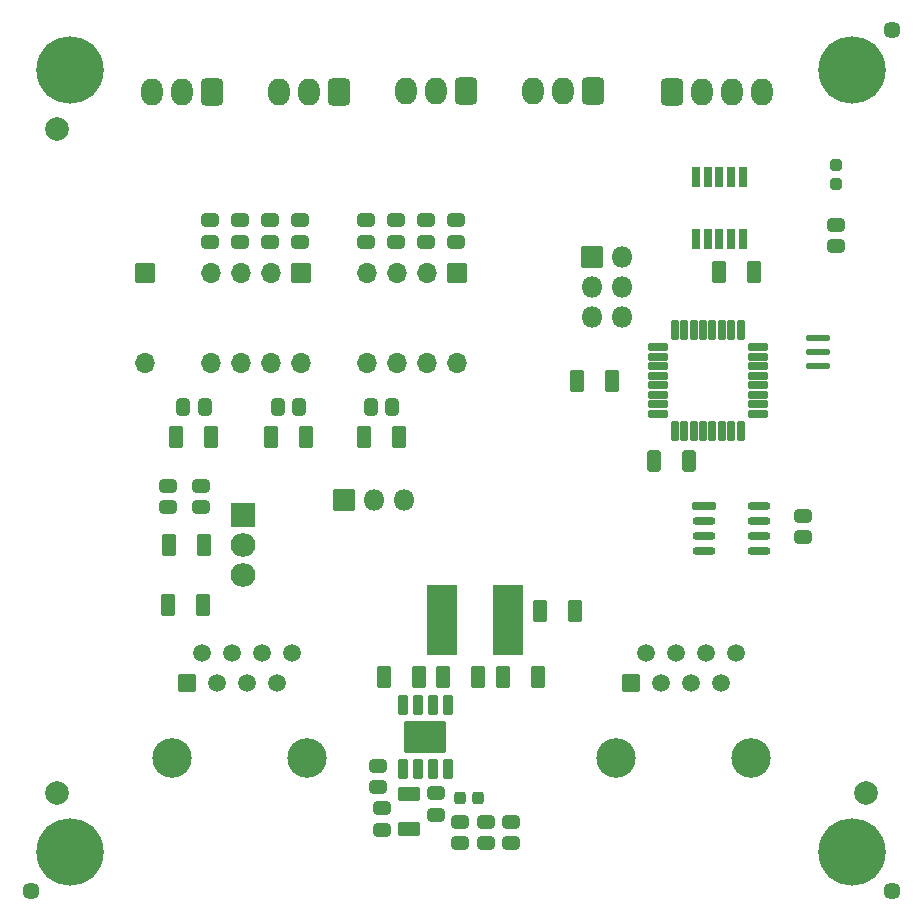
<source format=gbr>
%TF.GenerationSoftware,KiCad,Pcbnew,(7.0.0)*%
%TF.CreationDate,2023-03-10T19:40:05-08:00*%
%TF.ProjectId,smeza_pcb,736d657a-615f-4706-9362-2e6b69636164,rev?*%
%TF.SameCoordinates,Original*%
%TF.FileFunction,Soldermask,Top*%
%TF.FilePolarity,Negative*%
%FSLAX46Y46*%
G04 Gerber Fmt 4.6, Leading zero omitted, Abs format (unit mm)*
G04 Created by KiCad (PCBNEW (7.0.0)) date 2023-03-10 19:40:05*
%MOMM*%
%LPD*%
G01*
G04 APERTURE LIST*
G04 Aperture macros list*
%AMRoundRect*
0 Rectangle with rounded corners*
0 $1 Rounding radius*
0 $2 $3 $4 $5 $6 $7 $8 $9 X,Y pos of 4 corners*
0 Add a 4 corners polygon primitive as box body*
4,1,4,$2,$3,$4,$5,$6,$7,$8,$9,$2,$3,0*
0 Add four circle primitives for the rounded corners*
1,1,$1+$1,$2,$3*
1,1,$1+$1,$4,$5*
1,1,$1+$1,$6,$7*
1,1,$1+$1,$8,$9*
0 Add four rect primitives between the rounded corners*
20,1,$1+$1,$2,$3,$4,$5,0*
20,1,$1+$1,$4,$5,$6,$7,0*
20,1,$1+$1,$6,$7,$8,$9,0*
20,1,$1+$1,$8,$9,$2,$3,0*%
G04 Aperture macros list end*
%ADD10C,2.000000*%
%ADD11C,1.448000*%
%ADD12RoundRect,0.300000X-0.450000X0.262500X-0.450000X-0.262500X0.450000X-0.262500X0.450000X0.262500X0*%
%ADD13RoundRect,0.300000X0.450000X-0.262500X0.450000X0.262500X-0.450000X0.262500X-0.450000X-0.262500X0*%
%ADD14RoundRect,0.050000X-0.937033X-0.271066X0.937033X-0.271066X0.937033X0.271066X-0.937033X0.271066X0*%
%ADD15RoundRect,0.321066X-0.665967X0.000000X0.665967X0.000000X0.665967X0.000000X-0.665967X0.000000X0*%
%ADD16RoundRect,0.268750X-0.256250X0.218750X-0.256250X-0.218750X0.256250X-0.218750X0.256250X0.218750X0*%
%ADD17RoundRect,0.050000X-0.800000X0.800000X-0.800000X-0.800000X0.800000X-0.800000X0.800000X0.800000X0*%
%ADD18O,1.700000X1.700000*%
%ADD19RoundRect,0.050000X-0.850000X-0.850000X0.850000X-0.850000X0.850000X0.850000X-0.850000X0.850000X0*%
%ADD20O,1.800000X1.800000*%
%ADD21RoundRect,0.300000X0.620000X0.845000X-0.620000X0.845000X-0.620000X-0.845000X0.620000X-0.845000X0*%
%ADD22O,1.840000X2.290000*%
%ADD23RoundRect,0.300000X0.325000X0.650000X-0.325000X0.650000X-0.325000X-0.650000X0.325000X-0.650000X0*%
%ADD24RoundRect,0.050000X0.350000X0.762500X-0.350000X0.762500X-0.350000X-0.762500X0.350000X-0.762500X0*%
%ADD25RoundRect,0.050000X1.725000X-1.280000X1.725000X1.280000X-1.725000X1.280000X-1.725000X-1.280000X0*%
%ADD26RoundRect,0.050000X-1.000000X0.952500X-1.000000X-0.952500X1.000000X-0.952500X1.000000X0.952500X0*%
%ADD27O,2.100000X2.005000*%
%ADD28RoundRect,0.300000X-0.325000X-0.650000X0.325000X-0.650000X0.325000X0.650000X-0.325000X0.650000X0*%
%ADD29RoundRect,0.050000X0.800000X0.275000X-0.800000X0.275000X-0.800000X-0.275000X0.800000X-0.275000X0*%
%ADD30RoundRect,0.050000X-0.275000X0.800000X-0.275000X-0.800000X0.275000X-0.800000X0.275000X0.800000X0*%
%ADD31RoundRect,0.300000X-0.312500X-0.625000X0.312500X-0.625000X0.312500X0.625000X-0.312500X0.625000X0*%
%ADD32RoundRect,0.300000X0.262500X0.450000X-0.262500X0.450000X-0.262500X-0.450000X0.262500X-0.450000X0*%
%ADD33C,5.700000*%
%ADD34RoundRect,0.275000X0.225000X0.250000X-0.225000X0.250000X-0.225000X-0.250000X0.225000X-0.250000X0*%
%ADD35RoundRect,0.050000X1.225000X2.950000X-1.225000X2.950000X-1.225000X-2.950000X1.225000X-2.950000X0*%
%ADD36C,3.350000*%
%ADD37RoundRect,0.050000X-0.700000X-0.700000X0.700000X-0.700000X0.700000X0.700000X-0.700000X0.700000X0*%
%ADD38C,1.500000*%
%ADD39RoundRect,0.300000X-0.620000X-0.845000X0.620000X-0.845000X0.620000X0.845000X-0.620000X0.845000X0*%
%ADD40RoundRect,0.050000X0.850000X-0.850000X0.850000X0.850000X-0.850000X0.850000X-0.850000X-0.850000X0*%
%ADD41RoundRect,0.050000X0.950000X-0.200000X0.950000X0.200000X-0.950000X0.200000X-0.950000X-0.200000X0*%
%ADD42RoundRect,0.300000X0.650000X-0.325000X0.650000X0.325000X-0.650000X0.325000X-0.650000X-0.325000X0*%
%ADD43RoundRect,0.092000X0.258000X-0.788000X0.258000X0.788000X-0.258000X0.788000X-0.258000X-0.788000X0*%
%ADD44RoundRect,0.300000X-0.262500X-0.450000X0.262500X-0.450000X0.262500X0.450000X-0.262500X0.450000X0*%
G04 APERTURE END LIST*
D10*
%TO.C,REF\u002A\u002A*%
X173950000Y-119540000D03*
%TD*%
%TO.C,REF\u002A\u002A*%
X105450000Y-119540000D03*
%TD*%
%TO.C,REF\u002A\u002A*%
X105450000Y-63340000D03*
%TD*%
D11*
%TO.C,FAB\u002A\u002A*%
X176174400Y-127914400D03*
%TD*%
%TO.C,FAB\u002A\u002A*%
X103225600Y-127914400D03*
%TD*%
%TO.C,FAB\u002A\u002A*%
X176174400Y-54965600D03*
%TD*%
D12*
%TO.C,R18*%
X143891000Y-122023500D03*
X143891000Y-123848500D03*
%TD*%
%TO.C,R16*%
X139268200Y-72894200D03*
X139268200Y-71069200D03*
%TD*%
D13*
%TO.C,R22*%
X171450000Y-73302500D03*
X171450000Y-71477500D03*
%TD*%
D14*
%TO.C,T1*%
X160243933Y-95250000D03*
D15*
X160243933Y-96520000D03*
X160243933Y-97790000D03*
X160243933Y-99060000D03*
X164876067Y-99060000D03*
X164876067Y-97790000D03*
X164876067Y-96520000D03*
X164876067Y-95250000D03*
%TD*%
D16*
%TO.C,D1*%
X171450000Y-66398500D03*
X171450000Y-67973500D03*
%TD*%
D17*
%TO.C,SW1*%
X139320800Y-75557600D03*
D18*
X136780799Y-75557599D03*
X134240799Y-75557599D03*
X131700799Y-75557599D03*
X131700799Y-83177599D03*
X134240799Y-83177599D03*
X136780799Y-83177599D03*
X139320799Y-83177599D03*
%TD*%
D12*
%TO.C,R15*%
X123532000Y-72894200D03*
X123532000Y-71069200D03*
%TD*%
D19*
%TO.C,J9*%
X150765000Y-74200000D03*
D20*
X153304999Y-74199999D03*
X150764999Y-76739999D03*
X153304999Y-76739999D03*
X150764999Y-79279999D03*
X153304999Y-79279999D03*
%TD*%
D21*
%TO.C,J7*%
X129370666Y-60198000D03*
D22*
X126830665Y-60197999D03*
X124290665Y-60197999D03*
%TD*%
D23*
%TO.C,C7*%
X152452600Y-84734400D03*
X149502600Y-84734400D03*
%TD*%
D12*
%TO.C,R10*%
X131648200Y-72894200D03*
X131648200Y-71069200D03*
%TD*%
D24*
%TO.C,B1*%
X134747000Y-117520000D03*
X136017000Y-117520000D03*
X137287000Y-117520000D03*
X138557000Y-117520000D03*
X138557000Y-112096000D03*
X137287000Y-112096000D03*
X136017000Y-112096000D03*
X134747000Y-112096000D03*
D25*
X136652000Y-114808000D03*
%TD*%
D26*
%TO.C,U1*%
X121229000Y-96012000D03*
D27*
X121228999Y-98551999D03*
X121228999Y-101091999D03*
%TD*%
D28*
%TO.C,C2A1*%
X146402000Y-104140000D03*
X149352000Y-104140000D03*
%TD*%
D29*
%TO.C,U2*%
X164810000Y-87450000D03*
X164810000Y-86650000D03*
X164810000Y-85850000D03*
X164810000Y-85050000D03*
X164810000Y-84250000D03*
X164810000Y-83450000D03*
X164810000Y-82650000D03*
X164810000Y-81850000D03*
D30*
X163360000Y-80400000D03*
X162560000Y-80400000D03*
X161760000Y-80400000D03*
X160960000Y-80400000D03*
X160160000Y-80400000D03*
X159360000Y-80400000D03*
X158560000Y-80400000D03*
X157760000Y-80400000D03*
D29*
X156310000Y-81850000D03*
X156310000Y-82650000D03*
X156310000Y-83450000D03*
X156310000Y-84250000D03*
X156310000Y-85050000D03*
X156310000Y-85850000D03*
X156310000Y-86650000D03*
X156310000Y-87450000D03*
D30*
X157760000Y-88900000D03*
X158560000Y-88900000D03*
X159360000Y-88900000D03*
X160160000Y-88900000D03*
X160960000Y-88900000D03*
X161760000Y-88900000D03*
X162560000Y-88900000D03*
X163360000Y-88900000D03*
%TD*%
D12*
%TO.C,R9*%
X132613400Y-117273700D03*
X132613400Y-119098700D03*
%TD*%
D28*
%TO.C,C11*%
X115580000Y-89408900D03*
X118530000Y-89408900D03*
%TD*%
%TO.C,C3*%
X138176000Y-109728000D03*
X141126000Y-109728000D03*
%TD*%
D31*
%TO.C,R3*%
X156017500Y-91440000D03*
X158942500Y-91440000D03*
%TD*%
D32*
%TO.C,R19*%
X133853200Y-86868900D03*
X132028200Y-86868900D03*
%TD*%
D28*
%TO.C,C9*%
X131455000Y-89408900D03*
X134405000Y-89408900D03*
%TD*%
D23*
%TO.C,C5*%
X117878000Y-98552000D03*
X114928000Y-98552000D03*
%TD*%
D12*
%TO.C,R11*%
X118452000Y-72894200D03*
X118452000Y-71069200D03*
%TD*%
D13*
%TO.C,R6*%
X117673000Y-95400500D03*
X117673000Y-93575500D03*
%TD*%
D12*
%TO.C,R14*%
X136728200Y-72894200D03*
X136728200Y-71069200D03*
%TD*%
D13*
%TO.C,R1*%
X141757400Y-123848500D03*
X141757400Y-122023500D03*
%TD*%
D33*
%TO.C,REF\u002A\u002A*%
X172800000Y-124540000D03*
%TD*%
D23*
%TO.C,C2B1*%
X146206000Y-109728000D03*
X143256000Y-109728000D03*
%TD*%
D32*
%TO.C,R21*%
X117982200Y-86868900D03*
X116157200Y-86868900D03*
%TD*%
D17*
%TO.C,SW2*%
X126122800Y-75557600D03*
D18*
X123582799Y-75557599D03*
X121042799Y-75557599D03*
X118502799Y-75557599D03*
X118502799Y-83177599D03*
X121042799Y-83177599D03*
X123582799Y-83177599D03*
X126122799Y-83177599D03*
%TD*%
D21*
%TO.C,J5*%
X150876000Y-60178000D03*
D22*
X148335999Y-60177999D03*
X145795999Y-60177999D03*
%TD*%
D34*
%TO.C,C1*%
X141110000Y-120015000D03*
X139560000Y-120015000D03*
%TD*%
D13*
%TO.C,R7*%
X137541000Y-121435500D03*
X137541000Y-119610500D03*
%TD*%
D35*
%TO.C,L1*%
X143622000Y-104902000D03*
X138072000Y-104902000D03*
%TD*%
D36*
%TO.C,J2*%
X115189000Y-116625000D03*
X126619000Y-116625000D03*
D37*
X116459000Y-110275000D03*
D38*
X117729000Y-107735000D03*
X118999000Y-110275000D03*
X120269000Y-107735000D03*
X121539000Y-110275000D03*
X122809000Y-107735000D03*
X124079000Y-110275000D03*
X125349000Y-107735000D03*
%TD*%
D39*
%TO.C,J4*%
X157496000Y-60218000D03*
D22*
X160035999Y-60217999D03*
X162575999Y-60217999D03*
X165115999Y-60217999D03*
%TD*%
D36*
%TO.C,J1*%
X152781000Y-116625000D03*
X164211000Y-116625000D03*
D37*
X154051000Y-110275000D03*
D38*
X155321000Y-107735000D03*
X156591000Y-110275000D03*
X157861000Y-107735000D03*
X159131000Y-110275000D03*
X160401000Y-107735000D03*
X161671000Y-110275000D03*
X162941000Y-107735000D03*
%TD*%
D21*
%TO.C,J8*%
X118618000Y-60198000D03*
D22*
X116077999Y-60197999D03*
X113537999Y-60197999D03*
%TD*%
D21*
%TO.C,J6*%
X140123332Y-60178000D03*
D22*
X137583331Y-60177999D03*
X135043331Y-60177999D03*
%TD*%
D40*
%TO.C,J3*%
X129794000Y-94742000D03*
D20*
X132333999Y-94741999D03*
X134873999Y-94741999D03*
%TD*%
D13*
%TO.C,R8*%
X132969000Y-122705500D03*
X132969000Y-120880500D03*
%TD*%
D41*
%TO.C,Y1*%
X169926000Y-83445200D03*
X169926000Y-82245200D03*
X169926000Y-81045200D03*
%TD*%
D33*
%TO.C,REF\u002A\u002A*%
X106600000Y-58340000D03*
%TD*%
D23*
%TO.C,C4*%
X117807000Y-103632000D03*
X114857000Y-103632000D03*
%TD*%
D28*
%TO.C,C8*%
X161544000Y-75438000D03*
X164494000Y-75438000D03*
%TD*%
D33*
%TO.C,REF\u002A\u002A*%
X106600000Y-124540000D03*
%TD*%
D13*
%TO.C,R4*%
X168656000Y-97940500D03*
X168656000Y-96115500D03*
%TD*%
%TO.C,R2*%
X139623800Y-123848500D03*
X139623800Y-122023500D03*
%TD*%
D33*
%TO.C,REF\u002A\u002A*%
X172800000Y-58340000D03*
%TD*%
D28*
%TO.C,C2*%
X133194000Y-109728000D03*
X136144000Y-109728000D03*
%TD*%
D42*
%TO.C,C6*%
X135259000Y-122633000D03*
X135259000Y-119683000D03*
%TD*%
D12*
%TO.C,R13*%
X120992000Y-72894200D03*
X120992000Y-71069200D03*
%TD*%
D43*
%TO.C,H1*%
X159544000Y-72644000D03*
X160544000Y-72644000D03*
X161544000Y-72644000D03*
X162544000Y-72644000D03*
X163544000Y-72644000D03*
X163544000Y-67394000D03*
X162544000Y-67394000D03*
X161544000Y-67394000D03*
X160544000Y-67394000D03*
X159544000Y-67394000D03*
%TD*%
D12*
%TO.C,R12*%
X134188200Y-72894200D03*
X134188200Y-71069200D03*
%TD*%
D23*
%TO.C,C10*%
X126531000Y-89408900D03*
X123581000Y-89408900D03*
%TD*%
D12*
%TO.C,R17*%
X126072000Y-72894200D03*
X126072000Y-71069200D03*
%TD*%
%TO.C,R5*%
X114879000Y-93575500D03*
X114879000Y-95400500D03*
%TD*%
D17*
%TO.C,SW3*%
X112940200Y-75557600D03*
D18*
X112940199Y-83177599D03*
%TD*%
D44*
%TO.C,R20*%
X124154200Y-86868900D03*
X125979200Y-86868900D03*
%TD*%
M02*

</source>
